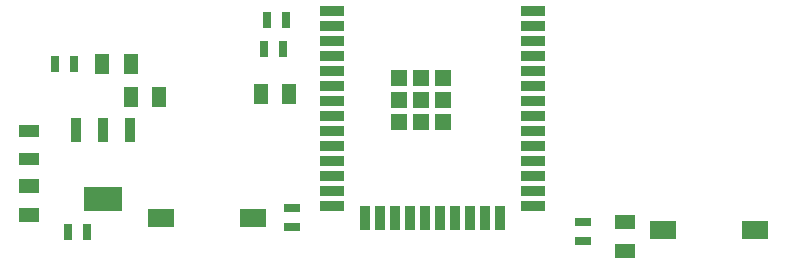
<source format=gtp>
G04*
G04 #@! TF.GenerationSoftware,Altium Limited,Altium Designer,22.9.1 (49)*
G04*
G04 Layer_Color=8421504*
%FSLAX25Y25*%
%MOIN*%
G70*
G04*
G04 #@! TF.SameCoordinates,5CD507B9-0275-4A0A-92E1-85163E932064*
G04*
G04*
G04 #@! TF.FilePolarity,Positive*
G04*
G01*
G75*
%ADD14R,0.04724X0.07087*%
%ADD15R,0.05236X0.05236*%
%ADD16R,0.07874X0.03543*%
%ADD17R,0.03543X0.07874*%
%ADD18R,0.08583X0.06299*%
%ADD19R,0.03150X0.05512*%
%ADD20R,0.05512X0.03150*%
%ADD21R,0.07087X0.04724*%
%ADD22R,0.12795X0.08465*%
%ADD23R,0.03740X0.08465*%
%ADD24R,0.06693X0.04331*%
D14*
X95559Y115886D02*
D03*
X86110D02*
D03*
X42835Y114886D02*
D03*
X52284D02*
D03*
X33335Y125886D02*
D03*
X42783D02*
D03*
D15*
X146811Y106634D02*
D03*
X139587D02*
D03*
X132362D02*
D03*
X146811Y113858D02*
D03*
X139587D02*
D03*
X132362D02*
D03*
X146811Y121083D02*
D03*
X139587D02*
D03*
X132362D02*
D03*
D16*
X176988Y143386D02*
D03*
Y138386D02*
D03*
Y133386D02*
D03*
Y128386D02*
D03*
Y123386D02*
D03*
Y118386D02*
D03*
Y113386D02*
D03*
Y108386D02*
D03*
Y103386D02*
D03*
Y98386D02*
D03*
Y93386D02*
D03*
Y88386D02*
D03*
Y83386D02*
D03*
Y78386D02*
D03*
X110059D02*
D03*
Y83386D02*
D03*
Y88386D02*
D03*
Y93386D02*
D03*
Y98386D02*
D03*
Y103386D02*
D03*
Y108386D02*
D03*
Y113386D02*
D03*
Y118386D02*
D03*
Y123386D02*
D03*
Y128386D02*
D03*
Y133386D02*
D03*
Y138386D02*
D03*
Y143386D02*
D03*
D17*
X166024Y74449D02*
D03*
X161024D02*
D03*
X156024D02*
D03*
X151024D02*
D03*
X146024D02*
D03*
X141024D02*
D03*
X136024D02*
D03*
X131024D02*
D03*
X126024D02*
D03*
X121024D02*
D03*
D18*
X83559Y74386D02*
D03*
X52850D02*
D03*
X250913Y70386D02*
D03*
X220205D02*
D03*
D19*
X94709Y140386D02*
D03*
X88410D02*
D03*
X93709Y130886D02*
D03*
X87410D02*
D03*
X23858Y125886D02*
D03*
X17559D02*
D03*
X28358Y69886D02*
D03*
X22059D02*
D03*
D20*
X96559Y77886D02*
D03*
Y71587D02*
D03*
X193559Y66886D02*
D03*
Y73185D02*
D03*
D21*
X9059Y85110D02*
D03*
Y75661D02*
D03*
X207559Y73110D02*
D03*
Y63661D02*
D03*
D22*
X33559Y80886D02*
D03*
D23*
X24504Y103720D02*
D03*
X33559D02*
D03*
X42614D02*
D03*
D24*
X9059Y103610D02*
D03*
Y94161D02*
D03*
M02*

</source>
